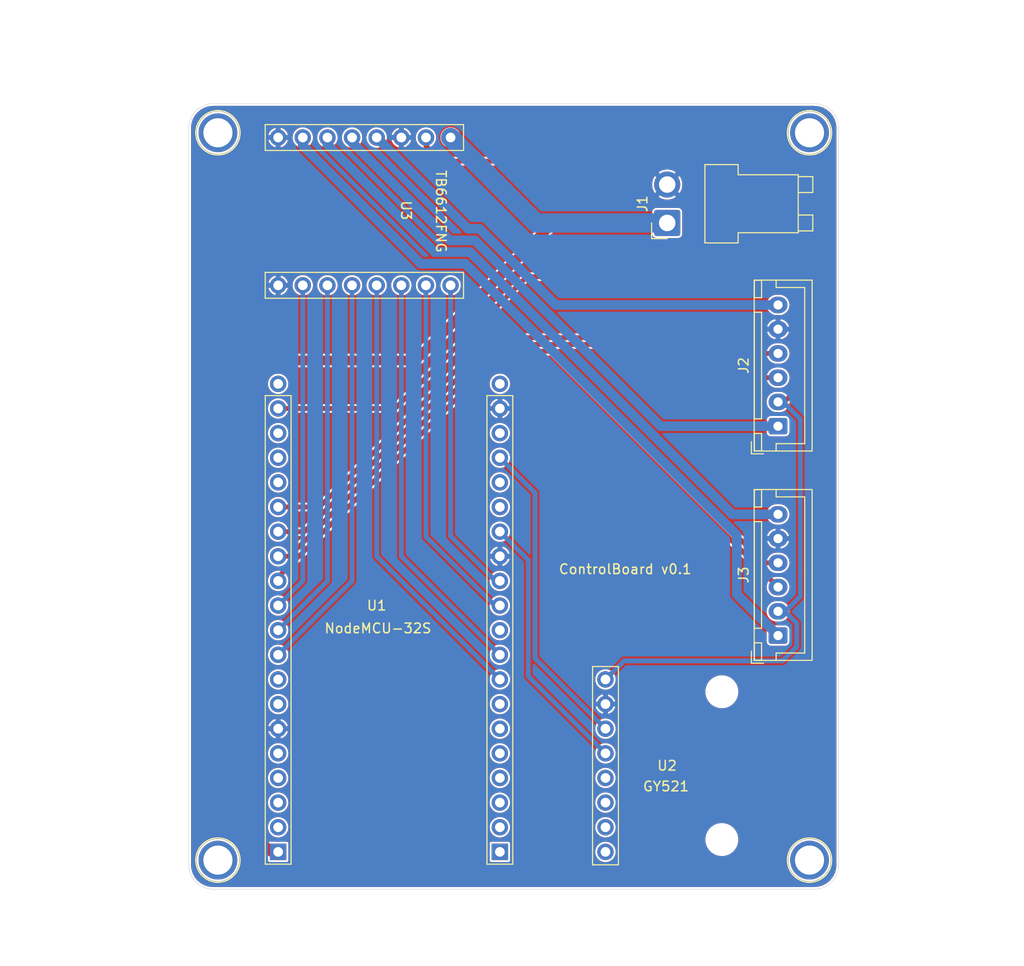
<source format=kicad_pcb>
(kicad_pcb (version 20171130) (host pcbnew 5.1.9)
  (layers (0 F.Cu signal) (31 B.Cu signal) (34 B.Paste user) (35 F.Paste user) (36 B.SilkS user) (37 F.SilkS user) (38 B.Mask user) (39 F.Mask user) (44 Edge.Cuts user))
  (net 0 "")
  (net 1 +6V)
  (net 2 GND)
  (net 3 /P33)
  (net 4 /P32)
  (net 5 /P35)
  (net 6 /P34)
  (net 7 VCC)
  (net 8 /B1)
  (net 9 /B2)
  (net 10 /A2)
  (net 11 /A1)
  (net 12 "Net-(U1-Pad18)")
  (net 13 "Net-(U1-Pad17)")
  (net 14 "Net-(U1-Pad16)")
  (net 15 /P25)
  (net 16 /P26)
  (net 17 /P27)
  (net 18 "Net-(U1-Pad8)")
  (net 19 "Net-(U1-Pad7)")
  (net 20 "Net-(U1-Pad5)")
  (net 21 "Net-(U1-Pad4)")
  (net 22 "Net-(U1-Pad3)")
  (net 23 "Net-(U1-Pad2)")
  (net 24 "Net-(U1-Pad21)")
  (net 25 /P22)
  (net 26 "Net-(U1-Pad23)")
  (net 27 "Net-(U1-Pad24)")
  (net 28 /P21)
  (net 29 /P19)
  (net 30 /P18)
  (net 31 "Net-(U1-Pad29)")
  (net 32 /P17)
  (net 33 /P16)
  (net 34 "Net-(U1-Pad32)")
  (net 35 "Net-(U1-Pad33)")
  (net 36 "Net-(U1-Pad34)")
  (net 37 "Net-(U1-Pad35)")
  (net 38 "Net-(U1-Pad36)")
  (net 39 "Net-(U1-Pad37)")
  (net 40 "Net-(U1-Pad38)")
  (net 41 "Net-(U2-Pad5)")
  (net 42 "Net-(U2-Pad6)")
  (net 43 "Net-(U2-Pad7)")
  (net 44 "Net-(U2-Pad8)")
  (module TestPoint:TestPoint_Plated_Hole_D3.0mm (layer F.Cu) (at 89.5 119.5)
    (fp_text reference REF**)
    (fp_text value TestPoint_Plated_Hole_D3.0mm)
    (fp_circle (center 0 0) (end 0 -2.286) (layer F.SilkS) (width 0.12))
    (pad 1 thru_hole circle (at 0 0) (size 4 4) (drill 3) (layers *.Cu *.Mask))
  )
  (module control_board:TB6612FNG (layer F.Cu) (at 113.49 44.99 270)
    (fp_text reference U3 (at 7.51 4.59 270 unlocked) (layer F.SilkS))
    (fp_text value TB6612FNG)
    (fp_line (start -1.3335 -1.3335) (end 1.3335 -1.3335) (layer F.SilkS) (width 0.12))
    (fp_line (start 1.3335 -1.3335) (end 1.3335 19.1135) (layer F.SilkS) (width 0.12))
    (fp_line (start 1.3335 19.1135) (end -1.3335 19.1135) (layer F.SilkS) (width 0.12))
    (fp_line (start -1.3335 19.1135) (end -1.3335 -1.3335) (layer F.SilkS) (width 0.12))
    (fp_line (start 16.5735 19.1135) (end 13.9065 19.1135) (layer F.SilkS) (width 0.12))
    (fp_line (start 13.9065 19.1135) (end 13.9065 -1.3335) (layer F.SilkS) (width 0.12))
    (fp_line (start 16.5735 -1.3335) (end 16.5735 19.1135) (layer F.SilkS) (width 0.12))
    (fp_line (start 13.9065 -1.3335) (end 16.5735 -1.3335) (layer F.SilkS) (width 0.12))
    (pad 1 thru_hole oval (at 0 0 90) (size 1.7 1.7) (drill 1) (layers *.Cu *.Mask) (net 1 +6V))
    (pad 2 thru_hole oval (at 0 2.54 90) (size 1.7 1.7) (drill 1) (layers *.Cu *.Mask) (net 7 VCC))
    (pad 3 thru_hole oval (at 0 5.08 90) (size 1.7 1.7) (drill 1) (layers *.Cu *.Mask) (net 2 GND))
    (pad 4 thru_hole oval (at 0 7.62 90) (size 1.7 1.7) (drill 1) (layers *.Cu *.Mask) (net 11 /A1))
    (pad 5 thru_hole oval (at 0 10.16 90) (size 1.7 1.7) (drill 1) (layers *.Cu *.Mask) (net 10 /A2))
    (pad 6 thru_hole oval (at 0 12.7 90) (size 1.7 1.7) (drill 1) (layers *.Cu *.Mask) (net 9 /B2))
    (pad 7 thru_hole oval (at 0 15.24 90) (size 1.7 1.7) (drill 1) (layers *.Cu *.Mask) (net 8 /B1))
    (pad 8 thru_hole oval (at 0 17.78 90) (size 1.7 1.7) (drill 1) (layers *.Cu *.Mask) (net 2 GND))
    (pad 9 thru_hole oval (at 15.24 0 90) (size 1.7 1.7) (drill 1) (layers *.Cu *.Mask) (net 29 /P19))
    (pad 10 thru_hole oval (at 15.24 2.54 90) (size 1.7 1.7) (drill 1) (layers *.Cu *.Mask) (net 30 /P18))
    (pad 11 thru_hole oval (at 15.24 5.08 90) (size 1.7 1.7) (drill 1) (layers *.Cu *.Mask) (net 32 /P17))
    (pad 12 thru_hole oval (at 15.24 7.62 90) (size 1.7 1.7) (drill 1) (layers *.Cu *.Mask) (net 33 /P16))
    (pad 13 thru_hole oval (at 15.24 10.16 90) (size 1.7 1.7) (drill 1) (layers *.Cu *.Mask) (net 17 /P27))
    (pad 14 thru_hole oval (at 15.24 12.7 90) (size 1.7 1.7) (drill 1) (layers *.Cu *.Mask) (net 16 /P26))
    (pad 15 thru_hole oval (at 15.24 15.24 90) (size 1.7 1.7) (drill 1) (layers *.Cu *.Mask) (net 15 /P25))
    (pad 16 thru_hole oval (at 15.24 17.78 90) (size 1.7 1.7) (drill 1) (layers *.Cu *.Mask) (net 2 GND))
  )
  (module TestPoint:TestPoint_Plated_Hole_D3.0mm (layer F.Cu) (at 150.5 119.5)
    (fp_text reference REF**)
    (fp_text value TestPoint_Plated_Hole_D3.0mm)
    (fp_circle (center 0 0) (end 0 -2.286) (layer F.SilkS) (width 0.12))
    (pad 1 thru_hole circle (at 0 0) (size 4 4) (drill 3) (layers *.Cu *.Mask))
  )
  (module TestPoint:TestPoint_Plated_Hole_D3.0mm (layer F.Cu) (at 150.5 44.5)
    (fp_text reference REF**)
    (fp_text value TestPoint_Plated_Hole_D3.0mm)
    (fp_circle (center 0 0) (end 0 -2.286) (layer F.SilkS) (width 0.12))
    (pad 1 thru_hole circle (at 0 0) (size 4 4) (drill 3) (layers *.Cu *.Mask))
  )
  (module TestPoint:TestPoint_Plated_Hole_D3.0mm (layer F.Cu) (at 89.5 44.5)
    (fp_text reference REF**)
    (fp_text value TestPoint_Plated_Hole_D3.0mm)
    (fp_circle (center 0 0) (end 0 -2.286) (layer F.SilkS) (width 0.12))
    (pad 1 thru_hole circle (at 0 0) (size 4 4) (drill 3) (layers *.Cu *.Mask))
  )
  (module Connector_JST:JST_XH_B6B-XH-A_1x06_P2.50mm_Vertical (layer F.Cu) (at 147.255 74.755 90)
    (fp_text reference J2 (at 6.25 -3.55 90) (layer F.SilkS))
    (fp_text value MOTOR_A)
    (fp_line (start -2.85 -2.75) (end -2.85 -1.5) (layer F.SilkS) (width 0.12))
    (fp_line (start -1.6 -2.75) (end -2.85 -2.75) (layer F.SilkS) (width 0.12))
    (fp_line (start 14.3 2.75) (end 6.25 2.75) (layer F.SilkS) (width 0.12))
    (fp_line (start 14.3 -0.2) (end 14.3 2.75) (layer F.SilkS) (width 0.12))
    (fp_line (start 15.05 -0.2) (end 14.3 -0.2) (layer F.SilkS) (width 0.12))
    (fp_line (start -1.8 2.75) (end 6.25 2.75) (layer F.SilkS) (width 0.12))
    (fp_line (start -1.8 -0.2) (end -1.8 2.75) (layer F.SilkS) (width 0.12))
    (fp_line (start -2.55 -0.2) (end -1.8 -0.2) (layer F.SilkS) (width 0.12))
    (fp_line (start 15.05 -2.45) (end 13.25 -2.45) (layer F.SilkS) (width 0.12))
    (fp_line (start 15.05 -1.7) (end 15.05 -2.45) (layer F.SilkS) (width 0.12))
    (fp_line (start 13.25 -1.7) (end 15.05 -1.7) (layer F.SilkS) (width 0.12))
    (fp_line (start 13.25 -2.45) (end 13.25 -1.7) (layer F.SilkS) (width 0.12))
    (fp_line (start -0.75 -2.45) (end -2.55 -2.45) (layer F.SilkS) (width 0.12))
    (fp_line (start -0.75 -1.7) (end -0.75 -2.45) (layer F.SilkS) (width 0.12))
    (fp_line (start -2.55 -1.7) (end -0.75 -1.7) (layer F.SilkS) (width 0.12))
    (fp_line (start -2.55 -2.45) (end -2.55 -1.7) (layer F.SilkS) (width 0.12))
    (fp_line (start 11.75 -2.45) (end 0.75 -2.45) (layer F.SilkS) (width 0.12))
    (fp_line (start 11.75 -1.7) (end 11.75 -2.45) (layer F.SilkS) (width 0.12))
    (fp_line (start 0.75 -1.7) (end 11.75 -1.7) (layer F.SilkS) (width 0.12))
    (fp_line (start 0.75 -2.45) (end 0.75 -1.7) (layer F.SilkS) (width 0.12))
    (fp_line (start 15.06 -2.46) (end -2.56 -2.46) (layer F.SilkS) (width 0.12))
    (fp_line (start 15.06 3.51) (end 15.06 -2.46) (layer F.SilkS) (width 0.12))
    (fp_line (start -2.56 3.51) (end 15.06 3.51) (layer F.SilkS) (width 0.12))
    (fp_line (start -2.56 -2.46) (end -2.56 3.51) (layer F.SilkS) (width 0.12))
    (pad 6 thru_hole oval (at 12.5 0 90) (size 1.7 1.95) (drill 0.95) (layers *.Cu *.Mask) (net 11 /A1))
    (pad 5 thru_hole oval (at 10 0 90) (size 1.7 1.95) (drill 0.95) (layers *.Cu *.Mask) (net 2 GND))
    (pad 4 thru_hole oval (at 7.5 0 90) (size 1.7 1.95) (drill 0.95) (layers *.Cu *.Mask) (net 6 /P34))
    (pad 3 thru_hole oval (at 5 0 90) (size 1.7 1.95) (drill 0.95) (layers *.Cu *.Mask) (net 5 /P35))
    (pad 2 thru_hole oval (at 2.5 0 90) (size 1.7 1.95) (drill 0.95) (layers *.Cu *.Mask) (net 7 VCC))
    (pad 1 thru_hole roundrect (at 0 0 90) (size 1.7 1.95) (drill 0.95) (layers *.Cu *.Mask) (roundrect_rratio 0.1470588235294118) (net 10 /A2))
  )
  (module Connector_JST:JST_XH_B6B-XH-A_1x06_P2.50mm_Vertical (layer F.Cu) (at 147.255 96.345 90)
    (fp_text reference J3 (at 6.25 -3.55 90) (layer F.SilkS))
    (fp_text value MOTOR_B)
    (fp_line (start -2.56 -2.46) (end -2.56 3.51) (layer F.SilkS) (width 0.12))
    (fp_line (start -2.56 3.51) (end 15.06 3.51) (layer F.SilkS) (width 0.12))
    (fp_line (start 15.06 3.51) (end 15.06 -2.46) (layer F.SilkS) (width 0.12))
    (fp_line (start 15.06 -2.46) (end -2.56 -2.46) (layer F.SilkS) (width 0.12))
    (fp_line (start 0.75 -2.45) (end 0.75 -1.7) (layer F.SilkS) (width 0.12))
    (fp_line (start 0.75 -1.7) (end 11.75 -1.7) (layer F.SilkS) (width 0.12))
    (fp_line (start 11.75 -1.7) (end 11.75 -2.45) (layer F.SilkS) (width 0.12))
    (fp_line (start 11.75 -2.45) (end 0.75 -2.45) (layer F.SilkS) (width 0.12))
    (fp_line (start -2.55 -2.45) (end -2.55 -1.7) (layer F.SilkS) (width 0.12))
    (fp_line (start -2.55 -1.7) (end -0.75 -1.7) (layer F.SilkS) (width 0.12))
    (fp_line (start -0.75 -1.7) (end -0.75 -2.45) (layer F.SilkS) (width 0.12))
    (fp_line (start -0.75 -2.45) (end -2.55 -2.45) (layer F.SilkS) (width 0.12))
    (fp_line (start 13.25 -2.45) (end 13.25 -1.7) (layer F.SilkS) (width 0.12))
    (fp_line (start 13.25 -1.7) (end 15.05 -1.7) (layer F.SilkS) (width 0.12))
    (fp_line (start 15.05 -1.7) (end 15.05 -2.45) (layer F.SilkS) (width 0.12))
    (fp_line (start 15.05 -2.45) (end 13.25 -2.45) (layer F.SilkS) (width 0.12))
    (fp_line (start -2.55 -0.2) (end -1.8 -0.2) (layer F.SilkS) (width 0.12))
    (fp_line (start -1.8 -0.2) (end -1.8 2.75) (layer F.SilkS) (width 0.12))
    (fp_line (start -1.8 2.75) (end 6.25 2.75) (layer F.SilkS) (width 0.12))
    (fp_line (start 15.05 -0.2) (end 14.3 -0.2) (layer F.SilkS) (width 0.12))
    (fp_line (start 14.3 -0.2) (end 14.3 2.75) (layer F.SilkS) (width 0.12))
    (fp_line (start 14.3 2.75) (end 6.25 2.75) (layer F.SilkS) (width 0.12))
    (fp_line (start -1.6 -2.75) (end -2.85 -2.75) (layer F.SilkS) (width 0.12))
    (fp_line (start -2.85 -2.75) (end -2.85 -1.5) (layer F.SilkS) (width 0.12))
    (pad 1 thru_hole roundrect (at 0 0 90) (size 1.7 1.95) (drill 0.95) (layers *.Cu *.Mask) (roundrect_rratio 0.1470588235294118) (net 8 /B1))
    (pad 2 thru_hole oval (at 2.5 0 90) (size 1.7 1.95) (drill 0.95) (layers *.Cu *.Mask) (net 7 VCC))
    (pad 3 thru_hole oval (at 5 0 90) (size 1.7 1.95) (drill 0.95) (layers *.Cu *.Mask) (net 3 /P33))
    (pad 4 thru_hole oval (at 7.5 0 90) (size 1.7 1.95) (drill 0.95) (layers *.Cu *.Mask) (net 4 /P32))
    (pad 5 thru_hole oval (at 10 0 90) (size 1.7 1.95) (drill 0.95) (layers *.Cu *.Mask) (net 2 GND))
    (pad 6 thru_hole oval (at 12.5 0 90) (size 1.7 1.95) (drill 0.95) (layers *.Cu *.Mask) (net 9 /B2))
  )
  (module Connector_JST:JST_VH_B2PS-VH_1x02_P3.96mm_Horizontal (layer F.Cu) (at 135.825 53.8 90)
    (fp_text reference J1 (at 1.98 -2.55 90) (layer F.SilkS))
    (fp_text value POWER)
    (fp_line (start -2.06 3.89) (end 6.02 3.89) (layer F.SilkS) (width 0.12))
    (fp_line (start 6.02 3.89) (end 6.02 7.31) (layer F.SilkS) (width 0.12))
    (fp_line (start 6.02 7.31) (end 4.97 7.31) (layer F.SilkS) (width 0.12))
    (fp_line (start 4.97 7.31) (end 4.97 13.51) (layer F.SilkS) (width 0.12))
    (fp_line (start 4.97 13.51) (end -1.01 13.51) (layer F.SilkS) (width 0.12))
    (fp_line (start -1.01 13.51) (end -1.01 7.31) (layer F.SilkS) (width 0.12))
    (fp_line (start -1.01 7.31) (end -2.06 7.31) (layer F.SilkS) (width 0.12))
    (fp_line (start -2.06 7.31) (end -2.06 3.89) (layer F.SilkS) (width 0.12))
    (fp_line (start -0.82 13.51) (end -0.82 15.01) (layer F.SilkS) (width 0.12))
    (fp_line (start -0.82 15.01) (end 0.82 15.01) (layer F.SilkS) (width 0.12))
    (fp_line (start 0.82 15.01) (end 0.82 13.51) (layer F.SilkS) (width 0.12))
    (fp_line (start 3.14 13.51) (end 3.14 15.01) (layer F.SilkS) (width 0.12))
    (fp_line (start 3.14 15.01) (end 4.78 15.01) (layer F.SilkS) (width 0.12))
    (fp_line (start 4.78 15.01) (end 4.78 13.51) (layer F.SilkS) (width 0.12))
    (fp_line (start 0 -1.61) (end -1.61 -1.61) (layer F.SilkS) (width 0.12))
    (fp_line (start -1.61 -1.61) (end -1.61 0) (layer F.SilkS) (width 0.12))
    (pad 1 thru_hole roundrect (at 0 0 90) (size 2.7 2.7) (drill 1.7) (layers *.Cu *.Mask) (roundrect_rratio 0.09259296296296296) (net 1 +6V))
    (pad 2 thru_hole circle (at 3.96 0 90) (size 2.7 2.7) (drill 1.7) (layers *.Cu *.Mask) (net 2 GND))
  )
  (module control_board:NodeMCU-32S_20Pins (layer F.Cu) (at 105.87 93.25)
    (fp_text reference U1 (at 0 0) (layer F.SilkS))
    (fp_text value NodeMCU-32S)
    (fp_line (start -8.83 26.67) (end -8.83 -21.65) (layer F.SilkS) (width 0.12))
    (fp_line (start -8.83 -21.65) (end -11.49 -21.65) (layer F.SilkS) (width 0.12))
    (fp_line (start -11.49 26.67) (end -11.49 -21.65) (layer F.SilkS) (width 0.12))
    (fp_line (start -8.83 26.67) (end -11.49 26.67) (layer F.SilkS) (width 0.12))
    (fp_line (start 14.03 -21.65) (end 11.37 -21.65) (layer F.SilkS) (width 0.12))
    (fp_line (start 14.03 26.67) (end 14.03 -21.65) (layer F.SilkS) (width 0.12))
    (fp_line (start 11.37 26.67) (end 11.37 -21.65) (layer F.SilkS) (width 0.12))
    (fp_line (start 14.03 26.67) (end 11.37 26.67) (layer F.SilkS) (width 0.12))
    (pad 39 thru_hole oval (at 12.7 -22.86 180) (size 1.7 1.7) (drill 1) (layers *.Cu *.Mask))
    (pad 20 thru_hole oval (at 12.7 -20.32 180) (size 1.7 1.7) (drill 1) (layers *.Cu *.Mask) (net 2 GND))
    (pad 21 thru_hole oval (at 12.7 -17.78 180) (size 1.7 1.7) (drill 1) (layers *.Cu *.Mask) (net 24 "Net-(U1-Pad21)"))
    (pad 22 thru_hole oval (at 12.7 -15.24 180) (size 1.7 1.7) (drill 1) (layers *.Cu *.Mask) (net 25 /P22))
    (pad 23 thru_hole oval (at 12.7 -12.7 180) (size 1.7 1.7) (drill 1) (layers *.Cu *.Mask) (net 26 "Net-(U1-Pad23)"))
    (pad 24 thru_hole oval (at 12.7 -10.16 180) (size 1.7 1.7) (drill 1) (layers *.Cu *.Mask) (net 27 "Net-(U1-Pad24)"))
    (pad 25 thru_hole oval (at 12.7 -7.62 180) (size 1.7 1.7) (drill 1) (layers *.Cu *.Mask) (net 28 /P21))
    (pad 20 thru_hole oval (at 12.7 -5.08 180) (size 1.7 1.7) (drill 1) (layers *.Cu *.Mask) (net 2 GND))
    (pad 27 thru_hole oval (at 12.7 -2.54 180) (size 1.7 1.7) (drill 1) (layers *.Cu *.Mask) (net 29 /P19))
    (pad 28 thru_hole oval (at 12.7 0 180) (size 1.7 1.7) (drill 1) (layers *.Cu *.Mask) (net 30 /P18))
    (pad 29 thru_hole oval (at 12.7 2.54 180) (size 1.7 1.7) (drill 1) (layers *.Cu *.Mask) (net 31 "Net-(U1-Pad29)"))
    (pad 30 thru_hole oval (at 12.7 5.08 180) (size 1.7 1.7) (drill 1) (layers *.Cu *.Mask) (net 32 /P17))
    (pad 31 thru_hole oval (at 12.7 7.62 180) (size 1.7 1.7) (drill 1) (layers *.Cu *.Mask) (net 33 /P16))
    (pad 32 thru_hole oval (at 12.7 10.16 180) (size 1.7 1.7) (drill 1) (layers *.Cu *.Mask) (net 34 "Net-(U1-Pad32)"))
    (pad 33 thru_hole oval (at 12.7 12.7 180) (size 1.7 1.7) (drill 1) (layers *.Cu *.Mask) (net 35 "Net-(U1-Pad33)"))
    (pad 34 thru_hole oval (at 12.7 15.24 180) (size 1.7 1.7) (drill 1) (layers *.Cu *.Mask) (net 36 "Net-(U1-Pad34)"))
    (pad 35 thru_hole oval (at 12.7 17.78 180) (size 1.7 1.7) (drill 1) (layers *.Cu *.Mask) (net 37 "Net-(U1-Pad35)"))
    (pad 36 thru_hole oval (at 12.7 20.32 180) (size 1.7 1.7) (drill 1) (layers *.Cu *.Mask) (net 38 "Net-(U1-Pad36)"))
    (pad 37 thru_hole oval (at 12.7 22.86 180) (size 1.7 1.7) (drill 1) (layers *.Cu *.Mask) (net 39 "Net-(U1-Pad37)"))
    (pad 38 thru_hole rect (at 12.7 25.4 180) (size 1.7 1.7) (drill 1) (layers *.Cu *.Mask) (net 40 "Net-(U1-Pad38)"))
    (pad 5 thru_hole oval (at -10.16 15.24 180) (size 1.7 1.7) (drill 1) (layers *.Cu *.Mask) (net 20 "Net-(U1-Pad5)"))
    (pad 1 thru_hole rect (at -10.16 25.4 180) (size 1.7 1.7) (drill 1) (layers *.Cu *.Mask) (net 1 +6V))
    (pad 7 thru_hole oval (at -10.16 10.16 180) (size 1.7 1.7) (drill 1) (layers *.Cu *.Mask) (net 19 "Net-(U1-Pad7)"))
    (pad 12 thru_hole oval (at -10.16 -2.54 180) (size 1.7 1.7) (drill 1) (layers *.Cu *.Mask) (net 3 /P33))
    (pad 17 thru_hole oval (at -10.16 -15.24 180) (size 1.7 1.7) (drill 1) (layers *.Cu *.Mask) (net 13 "Net-(U1-Pad17)"))
    (pad 20 thru_hole oval (at -10.16 12.7 180) (size 1.7 1.7) (drill 1) (layers *.Cu *.Mask) (net 2 GND))
    (pad 15 thru_hole oval (at -10.16 -10.16 180) (size 1.7 1.7) (drill 1) (layers *.Cu *.Mask) (net 6 /P34))
    (pad 2 thru_hole oval (at -10.16 22.86 180) (size 1.7 1.7) (drill 1) (layers *.Cu *.Mask) (net 23 "Net-(U1-Pad2)"))
    (pad 13 thru_hole oval (at -10.16 -5.08 180) (size 1.7 1.7) (drill 1) (layers *.Cu *.Mask) (net 4 /P32))
    (pad 16 thru_hole oval (at -10.16 -12.7 180) (size 1.7 1.7) (drill 1) (layers *.Cu *.Mask) (net 14 "Net-(U1-Pad16)"))
    (pad 10 thru_hole oval (at -10.16 2.54 180) (size 1.7 1.7) (drill 1) (layers *.Cu *.Mask) (net 16 /P26))
    (pad 9 thru_hole oval (at -10.16 5.08 180) (size 1.7 1.7) (drill 1) (layers *.Cu *.Mask) (net 17 /P27))
    (pad 19 thru_hole oval (at -10.16 -20.32 180) (size 1.7 1.7) (drill 1) (layers *.Cu *.Mask) (net 7 VCC))
    (pad 4 thru_hole oval (at -10.16 17.78 180) (size 1.7 1.7) (drill 1) (layers *.Cu *.Mask) (net 21 "Net-(U1-Pad4)"))
    (pad 8 thru_hole oval (at -10.16 7.62 180) (size 1.7 1.7) (drill 1) (layers *.Cu *.Mask) (net 18 "Net-(U1-Pad8)"))
    (pad 14 thru_hole oval (at -10.16 -7.62 180) (size 1.7 1.7) (drill 1) (layers *.Cu *.Mask) (net 5 /P35))
    (pad 40 thru_hole oval (at -10.16 -22.86 180) (size 1.7 1.7) (drill 1) (layers *.Cu *.Mask))
    (pad 3 thru_hole oval (at -10.16 20.32 180) (size 1.7 1.7) (drill 1) (layers *.Cu *.Mask) (net 22 "Net-(U1-Pad3)"))
    (pad 18 thru_hole oval (at -10.16 -17.78 180) (size 1.7 1.7) (drill 1) (layers *.Cu *.Mask) (net 12 "Net-(U1-Pad18)"))
    (pad 11 thru_hole oval (at -10.16 0 180) (size 1.7 1.7) (drill 1) (layers *.Cu *.Mask) (net 15 /P25))
  )
  (module control_board:GY521 (layer F.Cu) (at 129.46 100.87)
    (fp_text reference U2 (at 6.35 8.89) (layer F.SilkS))
    (fp_text value GY521)
    (fp_line (start -1.3335 -1.3335) (end 1.3335 -1.3335) (layer F.SilkS) (width 0.12))
    (fp_line (start 1.3335 -1.3335) (end 1.3335 19.1135) (layer F.SilkS) (width 0.12))
    (fp_line (start 1.3335 19.1135) (end -1.3335 19.1135) (layer F.SilkS) (width 0.12))
    (fp_line (start -1.3335 19.1135) (end -1.3335 -1.3335) (layer F.SilkS) (width 0.12))
    (pad 1 thru_hole oval (at 0 0 180) (size 1.7 1.7) (drill 1) (layers *.Cu *.Mask) (net 7 VCC))
    (pad 2 thru_hole oval (at 0 2.54 180) (size 1.7 1.7) (drill 1) (layers *.Cu *.Mask) (net 2 GND))
    (pad 3 thru_hole oval (at 0 5.08 180) (size 1.7 1.7) (drill 1) (layers *.Cu *.Mask) (net 25 /P22))
    (pad 4 thru_hole oval (at 0 7.62 180) (size 1.7 1.7) (drill 1) (layers *.Cu *.Mask) (net 28 /P21))
    (pad 5 thru_hole oval (at 0 10.16 180) (size 1.7 1.7) (drill 1) (layers *.Cu *.Mask) (net 41 "Net-(U2-Pad5)"))
    (pad 6 thru_hole oval (at 0 12.7 180) (size 1.7 1.7) (drill 1) (layers *.Cu *.Mask) (net 42 "Net-(U2-Pad6)"))
    (pad 7 thru_hole oval (at 0 15.24 180) (size 1.7 1.7) (drill 1) (layers *.Cu *.Mask) (net 43 "Net-(U2-Pad7)"))
    (pad 8 thru_hole oval (at 0 17.78 180) (size 1.7 1.7) (drill 1) (layers *.Cu *.Mask) (net 44 "Net-(U2-Pad8)"))
    (pad "" np_thru_hole oval (at 12 1.27 180) (size 3 3) (drill 3) (layers *.Cu *.Mask))
    (pad "" np_thru_hole oval (at 12 16.51 180) (size 3 3) (drill 3) (layers *.Cu *.Mask))
  )
  (gr_line (start 86.5 120) (end 86.5 44) (layer Edge.Cuts) (width 0.05))
  (gr_line (start 151 122.5) (end 89 122.5) (layer Edge.Cuts) (width 0.05))
  (gr_line (start 153.5 44) (end 153.5 120) (layer Edge.Cuts) (width 0.05))
  (gr_line (start 89 41.5) (end 151 41.5) (layer Edge.Cuts) (width 0.05))
  (gr_arc (start 89 120) (end 86.5 120) (angle -90) (layer Edge.Cuts) (width 0.05))
  (gr_arc (start 151 120) (end 151 122.5) (angle -90) (layer Edge.Cuts) (width 0.05))
  (gr_arc (start 151 44) (end 153.5 44) (angle -90) (layer Edge.Cuts) (width 0.05))
  (gr_arc (start 89 44) (end 89 41.5) (angle -90) (layer Edge.Cuts) (width 0.05))
  (gr_text "ControlBoard v0.1" (at 131.5 89.5) (layer F.SilkS) (effects (font (size 1 1))))
  (gr_text TB6612FNG (at 112.5 52.6 270) (layer F.SilkS) (effects (font (size 1 1))))
  (gr_text NodeMCU-32S (at 106 95.6) (layer F.SilkS) (effects (font (size 1 1))))
  (gr_text GY521 (at 135.7 111.9) (layer F.SilkS) (effects (font (size 1 1))))
  (segment (start 122.3 53.8) (end 135.825 53.8) (width 2) (layer B.Cu) (net 1))
  (segment (start 113.49 44.99) (end 122.3 53.8) (width 2) (layer B.Cu) (net 1))
  (segment (start 95 118.65) (end 95.71 118.65) (width 1) (layer F.Cu) (net 1))
  (segment (start 93.18 116.83) (end 95 118.65) (width 1) (layer F.Cu) (net 1))
  (segment (start 94.81 67.98) (end 93.18 69.61) (width 1) (layer F.Cu) (net 1))
  (segment (start 109.87 67.98) (end 94.81 67.98) (width 1) (layer F.Cu) (net 1))
  (segment (start 93.18 69.61) (end 93.18 116.83) (width 1) (layer F.Cu) (net 1))
  (segment (start 124.05 53.8) (end 109.87 67.98) (width 1) (layer F.Cu) (net 1))
  (segment (start 135.825 53.8) (end 124.05 53.8) (width 1) (layer F.Cu) (net 1))
  (segment (start 123.64 67.73) (end 147.255 91.345) (width 0.5) (layer F.Cu) (net 3))
  (segment (start 118.29 67.73) (end 123.64 67.73) (width 0.5) (layer F.Cu) (net 3))
  (segment (start 95.71 90.31) (end 118.29 67.73) (width 0.5) (layer F.Cu) (net 3))
  (segment (start 95.71 90.71) (end 95.71 90.31) (width 0.5) (layer F.Cu) (net 3))
  (segment (start 118.000046 67.029989) (end 123.964989 67.029989) (width 0.5) (layer F.Cu) (net 4))
  (segment (start 96.860036 88.17) (end 118.000046 67.029989) (width 0.5) (layer F.Cu) (net 4))
  (segment (start 95.71 88.17) (end 96.860036 88.17) (width 0.5) (layer F.Cu) (net 4))
  (segment (start 145.78 88.845) (end 147.255 88.845) (width 0.5) (layer F.Cu) (net 4))
  (segment (start 123.964989 67.029989) (end 145.78 88.845) (width 0.5) (layer F.Cu) (net 4))
  (segment (start 145.78 69.755) (end 147.255 69.755) (width 0.5) (layer F.Cu) (net 5))
  (segment (start 117.710092 66.329978) (end 142.354978 66.329978) (width 0.5) (layer F.Cu) (net 5))
  (segment (start 142.354978 66.329978) (end 145.78 69.755) (width 0.5) (layer F.Cu) (net 5))
  (segment (start 98.410071 85.63) (end 117.710092 66.329978) (width 0.5) (layer F.Cu) (net 5))
  (segment (start 95.71 85.63) (end 98.410071 85.63) (width 0.5) (layer F.Cu) (net 5))
  (segment (start 145.78 67.255) (end 147.255 67.255) (width 0.5) (layer F.Cu) (net 6))
  (segment (start 117.420138 65.629967) (end 144.154967 65.629967) (width 0.5) (layer F.Cu) (net 6))
  (segment (start 99.960106 83.09) (end 117.420138 65.629967) (width 0.5) (layer F.Cu) (net 6))
  (segment (start 95.71 83.09) (end 99.960106 83.09) (width 0.5) (layer F.Cu) (net 6))
  (segment (start 144.154967 65.629967) (end 145.78 67.255) (width 0.5) (layer F.Cu) (net 6))
  (segment (start 147.255 86.345) (end 147.255 86.455) (width 0.5) (layer B.Cu) (net 2))
  (segment (start 147.785 72.255) (end 147.255 72.255) (width 0.5) (layer B.Cu) (net 7))
  (segment (start 149.55 74.02) (end 147.785 72.255) (width 0.5) (layer B.Cu) (net 7))
  (segment (start 149.55 92.3) (end 149.55 74.02) (width 0.5) (layer B.Cu) (net 7))
  (segment (start 148.005 93.845) (end 149.55 92.3) (width 0.5) (layer B.Cu) (net 7))
  (segment (start 147.255 93.845) (end 148.005 93.845) (width 0.5) (layer B.Cu) (net 7))
  (segment (start 147.955 93.845) (end 147.255 93.845) (width 0.5) (layer B.Cu) (net 7))
  (segment (start 149.18 95.07) (end 147.955 93.845) (width 0.5) (layer B.Cu) (net 7))
  (segment (start 149.18 97.49) (end 149.18 95.07) (width 0.5) (layer B.Cu) (net 7))
  (segment (start 131.38 98.95) (end 147.72 98.95) (width 0.5) (layer B.Cu) (net 7))
  (segment (start 147.72 98.95) (end 149.18 97.49) (width 0.5) (layer B.Cu) (net 7))
  (segment (start 129.46 100.87) (end 131.38 98.95) (width 0.5) (layer B.Cu) (net 7))
  (segment (start 147.895 72.255) (end 147.255 72.255) (width 0.5) (layer F.Cu) (net 7))
  (segment (start 149.27 59.34) (end 149.27 70.88) (width 0.5) (layer F.Cu) (net 7))
  (segment (start 137.36 47.43) (end 149.27 59.34) (width 0.5) (layer F.Cu) (net 7))
  (segment (start 112.53 47.43) (end 137.36 47.43) (width 0.5) (layer F.Cu) (net 7))
  (segment (start 149.27 70.88) (end 147.895 72.255) (width 0.5) (layer F.Cu) (net 7))
  (segment (start 110.95 45.85) (end 112.53 47.43) (width 0.5) (layer F.Cu) (net 7))
  (segment (start 110.95 44.99) (end 110.95 45.85) (width 0.5) (layer F.Cu) (net 7))
  (segment (start 95.71 72.93) (end 107.76 72.93) (width 0.5) (layer F.Cu) (net 7))
  (segment (start 121.35 59.34) (end 149.27 59.34) (width 0.5) (layer F.Cu) (net 7))
  (segment (start 107.76 72.93) (end 121.35 59.34) (width 0.5) (layer F.Cu) (net 7))
  (segment (start 143 92.09) (end 147.255 96.345) (width 1) (layer B.Cu) (net 8))
  (segment (start 143 86) (end 143 92.09) (width 1) (layer B.Cu) (net 8))
  (segment (start 115 58) (end 143 86) (width 1) (layer B.Cu) (net 8))
  (segment (start 110.41 58) (end 115 58) (width 1) (layer B.Cu) (net 8))
  (segment (start 98.25 45.84) (end 110.41 58) (width 1) (layer B.Cu) (net 8))
  (segment (start 98.25 44.99) (end 98.25 45.84) (width 1) (layer B.Cu) (net 8))
  (segment (start 147.02793 83.845) (end 147.255 83.845) (width 1) (layer B.Cu) (net 9))
  (segment (start 142.54207 83.845) (end 147.255 83.845) (width 1) (layer B.Cu) (net 9))
  (segment (start 115.49706 56.799989) (end 142.54207 83.845) (width 1) (layer B.Cu) (net 9))
  (segment (start 111.859989 56.799989) (end 115.49706 56.799989) (width 1) (layer B.Cu) (net 9))
  (segment (start 100.79 45.73) (end 111.859989 56.799989) (width 1) (layer B.Cu) (net 9))
  (segment (start 100.79 44.99) (end 100.79 45.73) (width 1) (layer B.Cu) (net 9))
  (segment (start 135.14914 74.755) (end 147.255 74.755) (width 1) (layer B.Cu) (net 10))
  (segment (start 115.99412 55.599978) (end 135.14914 74.755) (width 1) (layer B.Cu) (net 10))
  (segment (start 113.429978 55.599978) (end 115.99412 55.599978) (width 1) (layer B.Cu) (net 10))
  (segment (start 103.33 45.5) (end 113.429978 55.599978) (width 1) (layer B.Cu) (net 10))
  (segment (start 103.33 44.99) (end 103.33 45.5) (width 1) (layer B.Cu) (net 10))
  (segment (start 116.49118 54.399967) (end 124.346211 62.255) (width 1) (layer B.Cu) (net 11))
  (segment (start 105.87 44.99) (end 115.279967 54.399967) (width 1) (layer B.Cu) (net 11))
  (segment (start 115.279967 54.399967) (end 116.49118 54.399967) (width 1) (layer B.Cu) (net 11))
  (segment (start 124.346211 62.255) (end 147.255 62.255) (width 1) (layer B.Cu) (net 11))
  (segment (start 98.25 90.71) (end 95.71 93.25) (width 0.5) (layer B.Cu) (net 15))
  (segment (start 98.25 60.23) (end 98.25 90.71) (width 0.5) (layer B.Cu) (net 15))
  (segment (start 100.79 90.71) (end 95.71 95.79) (width 0.5) (layer B.Cu) (net 16))
  (segment (start 100.79 60.23) (end 100.79 90.71) (width 0.5) (layer B.Cu) (net 16))
  (segment (start 103.33 90.71) (end 95.71 98.33) (width 0.5) (layer B.Cu) (net 17))
  (segment (start 103.33 60.23) (end 103.33 90.71) (width 0.5) (layer B.Cu) (net 17))
  (segment (start 118.57 78.01) (end 122.200011 81.640011) (width 0.5) (layer B.Cu) (net 25))
  (segment (start 122.200011 81.640011) (end 122.200011 98.690011) (width 0.5) (layer B.Cu) (net 25))
  (segment (start 122.200011 98.690011) (end 128.610001 105.100001) (width 0.5) (layer B.Cu) (net 25))
  (segment (start 128.610001 105.100001) (end 129.46 105.95) (width 0.5) (layer B.Cu) (net 25))
  (segment (start 121.5 100.53) (end 129.46 108.49) (width 0.5) (layer B.Cu) (net 28))
  (segment (start 121.5 88.56) (end 121.5 100.53) (width 0.5) (layer B.Cu) (net 28))
  (segment (start 118.57 85.63) (end 121.5 88.56) (width 0.5) (layer B.Cu) (net 28))
  (segment (start 118.11 90.71) (end 118.57 90.71) (width 0.5) (layer B.Cu) (net 29))
  (segment (start 113.49 86.09) (end 118.11 90.71) (width 0.5) (layer B.Cu) (net 29))
  (segment (start 113.49 60.23) (end 113.49 86.09) (width 0.5) (layer B.Cu) (net 29))
  (segment (start 118.05 93.25) (end 118.57 93.25) (width 0.5) (layer B.Cu) (net 30))
  (segment (start 110.95 86.15) (end 118.05 93.25) (width 0.5) (layer B.Cu) (net 30))
  (segment (start 110.95 60.23) (end 110.95 86.15) (width 0.5) (layer B.Cu) (net 30))
  (segment (start 108.41 88.17) (end 118.57 98.33) (width 0.5) (layer B.Cu) (net 32))
  (segment (start 108.41 60.23) (end 108.41 88.17) (width 0.5) (layer B.Cu) (net 32))
  (segment (start 105.87 88.17) (end 118.57 100.87) (width 0.5) (layer B.Cu) (net 33))
  (segment (start 105.87 60.23) (end 105.87 88.17) (width 0.5) (layer B.Cu) (net 33))
  (zone (net 2) (net_name GND) (layer F.Cu) (connect_pads (clearance 0.2)) (min_thickness 0.254) (fill yes (arc_segments 32) (thermal_gap 0.2) (thermal_bridge_width 0.508))
    (polygon (pts (xy 172.35 124.879332) (xy 85.35 124.879332) (xy 85.64 30.81) (xy 172.64 30.81)))
  )
  (zone (net 2) (net_name GND) (layer B.Cu) (connect_pads (clearance 0.2)) (min_thickness 0.254) (fill yes (arc_segments 32) (thermal_gap 0.2) (thermal_bridge_width 0.508))
    (polygon (pts (xy 155.077763 130.452871) (xy 67.077763 130.002871) (xy 67.027763 39.052871) (xy 155.127763 39.402871)))
  )
)
</source>
